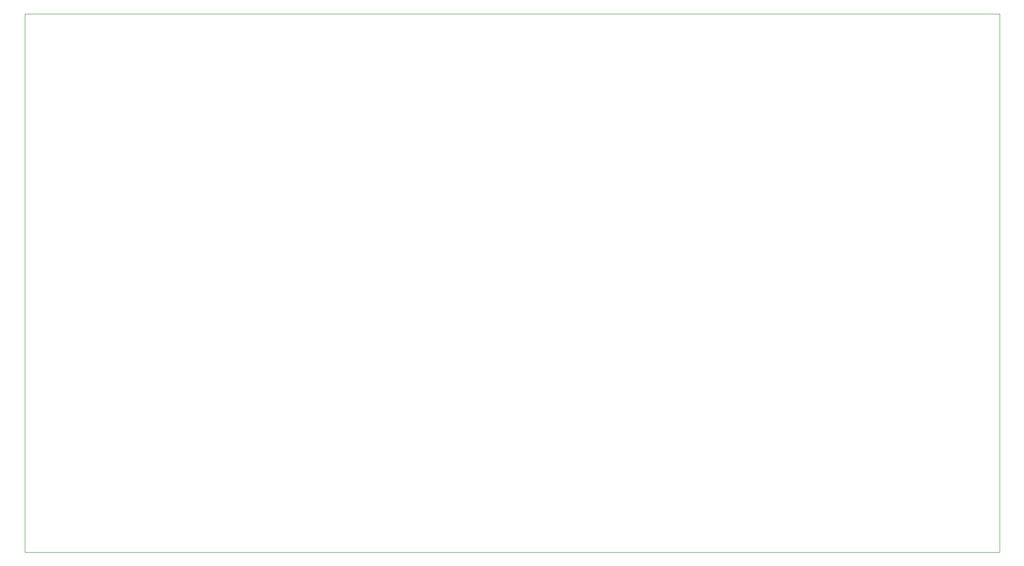
<source format=gbr>
%TF.GenerationSoftware,KiCad,Pcbnew,(6.0.7-1)-1*%
%TF.CreationDate,2023-11-06T02:31:48+10:00*%
%TF.ProjectId,Caution Panel,43617574-696f-46e2-9050-616e656c2e6b,rev?*%
%TF.SameCoordinates,Original*%
%TF.FileFunction,Profile,NP*%
%FSLAX46Y46*%
G04 Gerber Fmt 4.6, Leading zero omitted, Abs format (unit mm)*
G04 Created by KiCad (PCBNEW (6.0.7-1)-1) date 2023-11-06 02:31:48*
%MOMM*%
%LPD*%
G01*
G04 APERTURE LIST*
%TA.AperFunction,Profile*%
%ADD10C,0.100000*%
%TD*%
G04 APERTURE END LIST*
D10*
X60452000Y-37084000D02*
X239776000Y-37084000D01*
X239776000Y-37084000D02*
X239776000Y-136144000D01*
X239776000Y-136144000D02*
X60452000Y-136144000D01*
X60452000Y-136144000D02*
X60452000Y-37084000D01*
M02*

</source>
